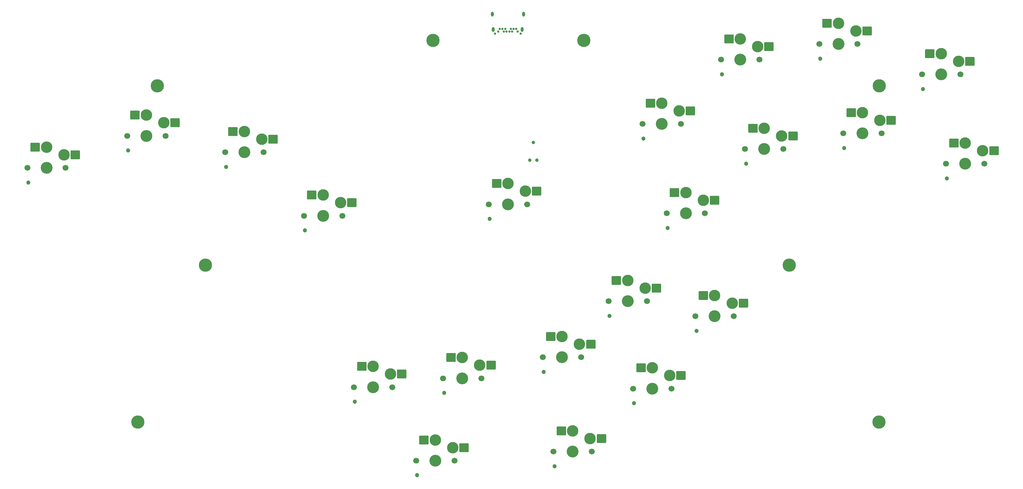
<source format=gbs>
G04 #@! TF.GenerationSoftware,KiCad,Pcbnew,(7.0.0)*
G04 #@! TF.CreationDate,2023-07-02T10:59:24-07:00*
G04 #@! TF.ProjectId,OpenOblongChocs,4f70656e-4f62-46c6-9f6e-6743686f6373,rev?*
G04 #@! TF.SameCoordinates,Original*
G04 #@! TF.FileFunction,Soldermask,Bot*
G04 #@! TF.FilePolarity,Negative*
%FSLAX46Y46*%
G04 Gerber Fmt 4.6, Leading zero omitted, Abs format (unit mm)*
G04 Created by KiCad (PCBNEW (7.0.0)) date 2023-07-02 10:59:24*
%MOMM*%
%LPD*%
G01*
G04 APERTURE LIST*
G04 Aperture macros list*
%AMRoundRect*
0 Rectangle with rounded corners*
0 $1 Rounding radius*
0 $2 $3 $4 $5 $6 $7 $8 $9 X,Y pos of 4 corners*
0 Add a 4 corners polygon primitive as box body*
4,1,4,$2,$3,$4,$5,$6,$7,$8,$9,$2,$3,0*
0 Add four circle primitives for the rounded corners*
1,1,$1+$1,$2,$3*
1,1,$1+$1,$4,$5*
1,1,$1+$1,$6,$7*
1,1,$1+$1,$8,$9*
0 Add four rect primitives between the rounded corners*
20,1,$1+$1,$2,$3,$4,$5,0*
20,1,$1+$1,$4,$5,$6,$7,0*
20,1,$1+$1,$6,$7,$8,$9,0*
20,1,$1+$1,$8,$9,$2,$3,0*%
G04 Aperture macros list end*
%ADD10C,3.800000*%
%ADD11C,0.990600*%
%ADD12C,0.650000*%
%ADD13O,0.800000X1.400000*%
%ADD14C,1.700000*%
%ADD15C,1.200000*%
%ADD16C,3.400000*%
%ADD17C,3.300000*%
%ADD18RoundRect,0.260000X-1.065000X-1.040000X1.065000X-1.040000X1.065000X1.040000X-1.065000X1.040000X0*%
G04 APERTURE END LIST*
D10*
X279275000Y-98760000D03*
X305060000Y-47313383D03*
X111765000Y-98760000D03*
X92395000Y-143800000D03*
X98000000Y-47313383D03*
D11*
X205850000Y-63580000D03*
X206866000Y-68660000D03*
X204834000Y-68660000D03*
D10*
X304995000Y-143800000D03*
X220290000Y-34240000D03*
X177100000Y-34240000D03*
D12*
X202178500Y-32360000D03*
X194828500Y-32360000D03*
X195778500Y-31710000D03*
X196178500Y-31010000D03*
X196978500Y-31010000D03*
X197378500Y-31710000D03*
X197778500Y-31010000D03*
X198178500Y-31710000D03*
X198978500Y-31710000D03*
X199378500Y-31010000D03*
X199778500Y-31710000D03*
X200178500Y-31010000D03*
X200978500Y-31010000D03*
X201378500Y-31710000D03*
D13*
X203068499Y-26719999D03*
X202633499Y-31109999D03*
X194373499Y-31109999D03*
X194088499Y-26719999D03*
D14*
X60695977Y-70872122D03*
D15*
X60975977Y-75072122D03*
D16*
X66195977Y-70872122D03*
D14*
X71695977Y-70872122D03*
D17*
X71195977Y-67122122D03*
D18*
X74440977Y-67122122D03*
X62950977Y-64922122D03*
D17*
X66195977Y-64922122D03*
D14*
X237187232Y-58225127D03*
D15*
X237467232Y-62425127D03*
D16*
X242687232Y-58225127D03*
D14*
X248187232Y-58225127D03*
D17*
X247687232Y-54475127D03*
D18*
X250932232Y-54475127D03*
X239442232Y-52275127D03*
D17*
X242687232Y-52275127D03*
D14*
X244082967Y-83893373D03*
D15*
X244362967Y-88093373D03*
D16*
X249582967Y-83893373D03*
D14*
X255082967Y-83893373D03*
D17*
X254582967Y-80143373D03*
D18*
X257827967Y-80143373D03*
X246337967Y-77943373D03*
D17*
X249582967Y-77943373D03*
D14*
X193078500Y-81326866D03*
D15*
X193358500Y-85526866D03*
D16*
X198578500Y-81326866D03*
D14*
X204078500Y-81326866D03*
D17*
X203578500Y-77576866D03*
D18*
X206823500Y-77576866D03*
X195333500Y-75376866D03*
D17*
X198578500Y-75376866D03*
D14*
X208576182Y-125213438D03*
D15*
X208856182Y-129413438D03*
D16*
X214076182Y-125213438D03*
D14*
X219576182Y-125213438D03*
D17*
X219076182Y-121463438D03*
D18*
X222321182Y-121463438D03*
X210831182Y-119263438D03*
D17*
X214076182Y-119263438D03*
D14*
X89334109Y-61667579D03*
D15*
X89614109Y-65867579D03*
D16*
X94834109Y-61667579D03*
D14*
X100334109Y-61667579D03*
D17*
X99834109Y-57917579D03*
D18*
X103079109Y-57917579D03*
X91589109Y-55717579D03*
D17*
X94834109Y-55717579D03*
D14*
X252375123Y-113477547D03*
D15*
X252655123Y-117677547D03*
D16*
X257875123Y-113477547D03*
D14*
X263375123Y-113477547D03*
D17*
X262875123Y-109727547D03*
D18*
X266120123Y-109727547D03*
X254630123Y-107527547D03*
D17*
X257875123Y-107527547D03*
D14*
X140051535Y-84613063D03*
D15*
X140331535Y-88813063D03*
D16*
X145551535Y-84613063D03*
D14*
X151051535Y-84613063D03*
D17*
X150551535Y-80863063D03*
D18*
X153796535Y-80863063D03*
X142306535Y-78663063D03*
D17*
X145551535Y-78663063D03*
D14*
X259696859Y-39774517D03*
D15*
X259976859Y-43974517D03*
D16*
X265196859Y-39774517D03*
D14*
X270696859Y-39774517D03*
D17*
X270196859Y-36024517D03*
D18*
X273441859Y-36024517D03*
X261951859Y-33824517D03*
D17*
X265196859Y-33824517D03*
D14*
X117429442Y-66373538D03*
D15*
X117709442Y-70573538D03*
D16*
X122929442Y-66373538D03*
D14*
X128429442Y-66373538D03*
D17*
X127929442Y-62623538D03*
D18*
X131174442Y-62623538D03*
X119684442Y-60423538D03*
D17*
X122929442Y-60423538D03*
D14*
X211647454Y-152335835D03*
D15*
X211927454Y-156535835D03*
D16*
X217147454Y-152335835D03*
D14*
X222647454Y-152335835D03*
D17*
X222147454Y-148585835D03*
D18*
X225392454Y-148585835D03*
X213902454Y-146385835D03*
D17*
X217147454Y-146385835D03*
D14*
X172211303Y-154907386D03*
D15*
X172491303Y-159107386D03*
D16*
X177711303Y-154907386D03*
D14*
X183211303Y-154907386D03*
D17*
X182711303Y-151157386D03*
D18*
X185956303Y-151157386D03*
X174466303Y-148957386D03*
D17*
X177711303Y-148957386D03*
D14*
X154377695Y-133803616D03*
D15*
X154657695Y-138003616D03*
D16*
X159877695Y-133803616D03*
D14*
X165377695Y-133803616D03*
D17*
X164877695Y-130053616D03*
D18*
X168122695Y-130053616D03*
X156632695Y-127853616D03*
D17*
X159877695Y-127853616D03*
D14*
X294751667Y-60978545D03*
D15*
X295031667Y-65178545D03*
D16*
X300251667Y-60978545D03*
D14*
X305751667Y-60978545D03*
D17*
X305251667Y-57228545D03*
D18*
X308496667Y-57228545D03*
X297006667Y-55028545D03*
D17*
X300251667Y-55028545D03*
D14*
X317335568Y-44011907D03*
D15*
X317615568Y-48211907D03*
D16*
X322835568Y-44011907D03*
D14*
X328335568Y-44011907D03*
D17*
X327835568Y-40261907D03*
D18*
X331080568Y-40261907D03*
X319590568Y-38061907D03*
D17*
X322835568Y-38061907D03*
D14*
X234479837Y-134231357D03*
D15*
X234759837Y-138431357D03*
D16*
X239979837Y-134231357D03*
D14*
X245479837Y-134231357D03*
D17*
X244979837Y-130481357D03*
D18*
X248224837Y-130481357D03*
X236734837Y-128281357D03*
D17*
X239979837Y-128281357D03*
D14*
X266592853Y-65443729D03*
D15*
X266872853Y-69643729D03*
D16*
X272092853Y-65443729D03*
D14*
X277592853Y-65443729D03*
D17*
X277092853Y-61693729D03*
D18*
X280337853Y-61693729D03*
X268847853Y-59493729D03*
D17*
X272092853Y-59493729D03*
D14*
X324231562Y-69681119D03*
D15*
X324511562Y-73881119D03*
D16*
X329731562Y-69681119D03*
D14*
X335231562Y-69681119D03*
D17*
X334731562Y-65931119D03*
D18*
X337976562Y-65931119D03*
X326486562Y-63731119D03*
D17*
X329731562Y-63731119D03*
D14*
X287855673Y-35309333D03*
D15*
X288135673Y-39509333D03*
D16*
X293355673Y-35309333D03*
D14*
X298855673Y-35309333D03*
D17*
X298355673Y-31559333D03*
D18*
X301600673Y-31559333D03*
X290110673Y-29359333D03*
D17*
X293355673Y-29359333D03*
D14*
X179978651Y-131264304D03*
D15*
X180258651Y-135464304D03*
D16*
X185478651Y-131264304D03*
D14*
X190978651Y-131264304D03*
D17*
X190478651Y-127514304D03*
D18*
X193723651Y-127514304D03*
X182233651Y-125314304D03*
D17*
X185478651Y-125314304D03*
D14*
X227408565Y-109108960D03*
D15*
X227688565Y-113308960D03*
D16*
X232908565Y-109108960D03*
D14*
X238408565Y-109108960D03*
D17*
X237908565Y-105358960D03*
D18*
X241153565Y-105358960D03*
X229663565Y-103158960D03*
D17*
X232908565Y-103158960D03*
M02*

</source>
